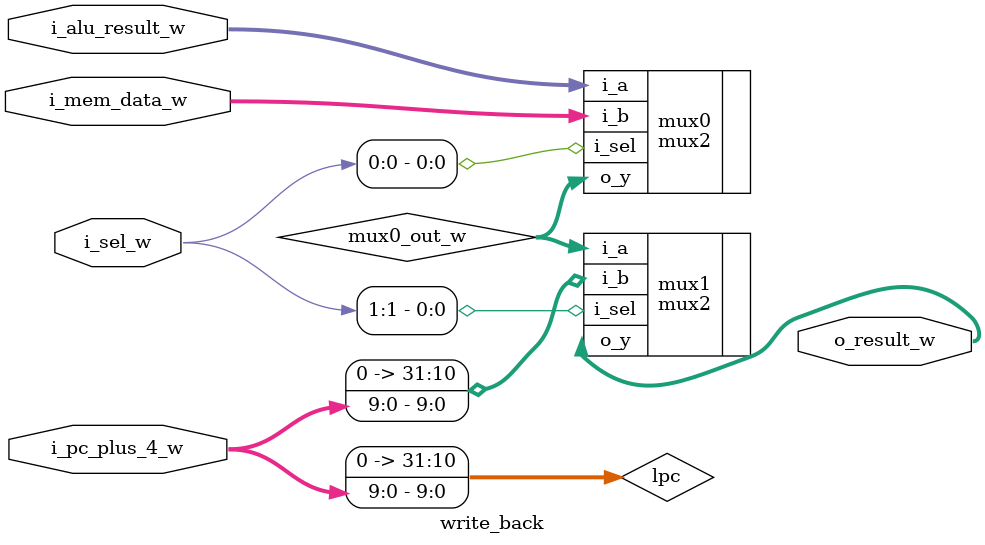
<source format=sv>
module write_back #(

    parameter P_WIDTH = 32
)(
    input  logic [P_WIDTH-1:0] i_alu_result_w,
    input  logic [P_WIDTH-1:0] i_mem_data_w,
    input  logic [9:0] i_pc_plus_4_w,
    input  logic [1:0]         i_sel_w,   // LOOK HERE -> i_resultsrc
    output logic [P_WIDTH-1:0] o_result_w
    
);

    logic [31:0] lpc;
    assign lpc = {22'b0, i_pc_plus_4_w};
    
    logic [P_WIDTH-1:0] mux0_out_w;

    // Primeiro mux: ALU result ou memória
    mux2 #(.P_WIDTH(P_WIDTH)) mux0 (
        .i_a    (i_alu_result_w),
        .i_b    (i_mem_data_w),
        .i_sel  (i_sel_w[0]),
        .o_y    (mux0_out_w)
    );

    // Segundo mux: saída do primeiro mux ou PC+4
    mux2 #(.P_WIDTH(P_WIDTH)) mux1 (
        .i_a    (mux0_out_w),
        .i_b   ( lpc),
        .i_sel  (i_sel_w[1]),
        .o_y    (o_result_w)
    );

endmodule

</source>
